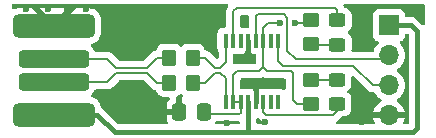
<source format=gbr>
%TF.GenerationSoftware,KiCad,Pcbnew,8.0.0*%
%TF.CreationDate,2024-05-30T16:45:59-06:00*%
%TF.ProjectId,2024_USB_FTDI,32303234-5f55-4534-925f-465444492e6b,rev?*%
%TF.SameCoordinates,Original*%
%TF.FileFunction,Copper,L1,Top*%
%TF.FilePolarity,Positive*%
%FSLAX46Y46*%
G04 Gerber Fmt 4.6, Leading zero omitted, Abs format (unit mm)*
G04 Created by KiCad (PCBNEW 8.0.0) date 2024-05-30 16:45:59*
%MOMM*%
%LPD*%
G01*
G04 APERTURE LIST*
G04 Aperture macros list*
%AMRoundRect*
0 Rectangle with rounded corners*
0 $1 Rounding radius*
0 $2 $3 $4 $5 $6 $7 $8 $9 X,Y pos of 4 corners*
0 Add a 4 corners polygon primitive as box body*
4,1,4,$2,$3,$4,$5,$6,$7,$8,$9,$2,$3,0*
0 Add four circle primitives for the rounded corners*
1,1,$1+$1,$2,$3*
1,1,$1+$1,$4,$5*
1,1,$1+$1,$6,$7*
1,1,$1+$1,$8,$9*
0 Add four rect primitives between the rounded corners*
20,1,$1+$1,$2,$3,$4,$5,0*
20,1,$1+$1,$4,$5,$6,$7,0*
20,1,$1+$1,$6,$7,$8,$9,0*
20,1,$1+$1,$8,$9,$2,$3,0*%
G04 Aperture macros list end*
%TA.AperFunction,SMDPad,CuDef*%
%ADD10RoundRect,0.250000X-0.350000X-0.450000X0.350000X-0.450000X0.350000X0.450000X-0.350000X0.450000X0*%
%TD*%
%TA.AperFunction,SMDPad,CuDef*%
%ADD11RoundRect,0.500000X-3.000000X-0.500000X3.000000X-0.500000X3.000000X0.500000X-3.000000X0.500000X0*%
%TD*%
%TA.AperFunction,SMDPad,CuDef*%
%ADD12RoundRect,0.375000X-2.625000X-0.375000X2.625000X-0.375000X2.625000X0.375000X-2.625000X0.375000X0*%
%TD*%
%TA.AperFunction,SMDPad,CuDef*%
%ADD13RoundRect,0.250000X-0.450000X0.350000X-0.450000X-0.350000X0.450000X-0.350000X0.450000X0.350000X0*%
%TD*%
%TA.AperFunction,SMDPad,CuDef*%
%ADD14RoundRect,0.250000X0.450000X-0.350000X0.450000X0.350000X-0.450000X0.350000X-0.450000X-0.350000X0*%
%TD*%
%TA.AperFunction,SMDPad,CuDef*%
%ADD15R,0.400000X1.200000*%
%TD*%
%TA.AperFunction,ComponentPad*%
%ADD16R,1.700000X1.700000*%
%TD*%
%TA.AperFunction,ComponentPad*%
%ADD17O,1.700000X1.700000*%
%TD*%
%TA.AperFunction,SMDPad,CuDef*%
%ADD18RoundRect,0.250000X0.337500X0.475000X-0.337500X0.475000X-0.337500X-0.475000X0.337500X-0.475000X0*%
%TD*%
%TA.AperFunction,SMDPad,CuDef*%
%ADD19RoundRect,0.250000X0.450000X-0.325000X0.450000X0.325000X-0.450000X0.325000X-0.450000X-0.325000X0*%
%TD*%
%TA.AperFunction,SMDPad,CuDef*%
%ADD20RoundRect,0.250000X-0.450000X0.325000X-0.450000X-0.325000X0.450000X-0.325000X0.450000X0.325000X0*%
%TD*%
%TA.AperFunction,ViaPad*%
%ADD21C,0.600000*%
%TD*%
%TA.AperFunction,Conductor*%
%ADD22C,0.203200*%
%TD*%
%TA.AperFunction,Conductor*%
%ADD23C,0.381000*%
%TD*%
%TA.AperFunction,Conductor*%
%ADD24C,0.200000*%
%TD*%
G04 APERTURE END LIST*
D10*
%TO.P,R3,1*%
%TO.N,/D-*%
X125593600Y-53771800D03*
%TO.P,R3,2*%
%TO.N,/USB_D-*%
X127593600Y-53771800D03*
%TD*%
D11*
%TO.P,U3,1,Vcc*%
%TO.N,+5V*%
X115824000Y-56464400D03*
D12*
%TO.P,U3,2,D+*%
%TO.N,/D-*%
X115824000Y-53714400D03*
%TO.P,U3,3,D-*%
%TO.N,/D+*%
X115824000Y-51714400D03*
D11*
%TO.P,U3,4,GND*%
%TO.N,GND*%
X115824000Y-48964400D03*
%TD*%
D13*
%TO.P,R1,1*%
%TO.N,/MODE*%
X137591800Y-48470200D03*
%TO.P,R1,2*%
%TO.N,Net-(D2-A)*%
X137591800Y-50470200D03*
%TD*%
D14*
%TO.P,R2,1*%
%TO.N,/MODE*%
X137617200Y-55559200D03*
%TO.P,R2,2*%
%TO.N,Net-(D1-A)*%
X137617200Y-53559200D03*
%TD*%
D15*
%TO.P,U1,1,TXD*%
%TO.N,/UART_TX*%
X134835900Y-50181200D03*
%TO.P,U1,2,~{RTS}*%
%TO.N,unconnected-(U1-~{RTS}-Pad2)*%
X134200900Y-50181200D03*
%TO.P,U1,3,VCCIO*%
%TO.N,/MODE*%
X133565900Y-50181200D03*
%TO.P,U1,4,RXD*%
%TO.N,/UART_RX*%
X132930900Y-50181200D03*
%TO.P,U1,5,GND*%
%TO.N,GND*%
X132295900Y-50181200D03*
%TO.P,U1,6,~{CTS}*%
%TO.N,unconnected-(U1-~{CTS}-Pad6)*%
X131660900Y-50181200D03*
%TO.P,U1,7,CBUS2*%
%TO.N,Net-(D2-K)*%
X131025900Y-50181200D03*
%TO.P,U1,8,USBDP*%
%TO.N,/USB_D+*%
X130390900Y-50181200D03*
%TO.P,U1,9,USBDM*%
%TO.N,/USB_D-*%
X130390900Y-55381200D03*
%TO.P,U1,10,3V3OUT*%
%TO.N,/MODE*%
X131025900Y-55381200D03*
%TO.P,U1,11,~{RESET}*%
X131660900Y-55381200D03*
%TO.P,U1,12,VCC*%
%TO.N,+5V*%
X132295900Y-55381200D03*
%TO.P,U1,13,GND*%
%TO.N,GND*%
X132930900Y-55381200D03*
%TO.P,U1,14,CBUS1*%
%TO.N,Net-(D1-K)*%
X133565900Y-55381200D03*
%TO.P,U1,15,CBUS0*%
%TO.N,unconnected-(U1-CBUS0-Pad15)*%
X134200900Y-55381200D03*
%TO.P,U1,16,CBUS3*%
%TO.N,unconnected-(U1-CBUS3-Pad16)*%
X134835900Y-55381200D03*
%TD*%
D16*
%TO.P,J1,1,Pin_1*%
%TO.N,+5V*%
X144221200Y-48895000D03*
D17*
%TO.P,J1,2,Pin_2*%
%TO.N,/UART_RX*%
X144221200Y-51435000D03*
%TO.P,J1,3,Pin_3*%
%TO.N,/UART_TX*%
X144221200Y-53975000D03*
%TO.P,J1,4,Pin_4*%
%TO.N,GND*%
X144221200Y-56515000D03*
%TD*%
D18*
%TO.P,C1,1*%
%TO.N,/MODE*%
X128545500Y-56210200D03*
%TO.P,C1,2*%
%TO.N,GND*%
X126470500Y-56210200D03*
%TD*%
D10*
%TO.P,R4,1*%
%TO.N,/D+*%
X125593600Y-51638200D03*
%TO.P,R4,2*%
%TO.N,/USB_D+*%
X127593600Y-51638200D03*
%TD*%
D19*
%TO.P,D1,1,K*%
%TO.N,Net-(D1-K)*%
X139827000Y-55533400D03*
%TO.P,D1,2,A*%
%TO.N,Net-(D1-A)*%
X139827000Y-53483400D03*
%TD*%
D20*
%TO.P,D2,1,K*%
%TO.N,Net-(D2-K)*%
X139852400Y-48470600D03*
%TO.P,D2,2,A*%
%TO.N,Net-(D2-A)*%
X139852400Y-50520600D03*
%TD*%
D21*
%TO.N,GND*%
X132003800Y-48336200D03*
X134467600Y-53848000D03*
%TO.N,/MODE*%
X136220200Y-48691800D03*
X134975600Y-48717200D03*
%TO.N,GND*%
X123342400Y-54686200D03*
X127209550Y-49117250D03*
X127209550Y-47517050D03*
X121773950Y-49117250D03*
X132918200Y-54229000D03*
X120243600Y-54686200D03*
X133731000Y-57099200D03*
X123361450Y-47517050D03*
X121754900Y-56286400D03*
X120173750Y-47517050D03*
X128797050Y-50730150D03*
X130530600Y-57124600D03*
X121754900Y-54686200D03*
X121773950Y-47517050D03*
X115341400Y-47523400D03*
X128797050Y-49117250D03*
X121773950Y-50730150D03*
X123361450Y-50730150D03*
X120173750Y-49117250D03*
X120173750Y-50730150D03*
X141960600Y-57099200D03*
X116941600Y-47523400D03*
X123342400Y-56286400D03*
X118554500Y-47523400D03*
X125552200Y-56210200D03*
X123361450Y-49117250D03*
X113449100Y-47498000D03*
X142189200Y-47625000D03*
X128797050Y-47517050D03*
X132308600Y-51333400D03*
%TD*%
D22*
%TO.N,/MODE*%
X131660900Y-55381200D02*
X131025900Y-55381200D01*
X131660900Y-56299100D02*
X131546600Y-56413400D01*
X131660900Y-55381200D02*
X131660900Y-56299100D01*
X133959600Y-48717200D02*
X133565900Y-49110900D01*
X134975600Y-48717200D02*
X133959600Y-48717200D01*
X133565900Y-49110900D02*
X133565900Y-50181200D01*
X136220200Y-48691800D02*
X137370200Y-48691800D01*
X137370200Y-48691800D02*
X137591800Y-48470200D01*
%TO.N,/UART_RX*%
X136347200Y-51765200D02*
X143891000Y-51765200D01*
X143891000Y-51765200D02*
X144221200Y-51435000D01*
X135610600Y-51028600D02*
X136347200Y-51765200D01*
X135331200Y-47955200D02*
X135610600Y-48234600D01*
X132930900Y-48145700D02*
X133121400Y-47955200D01*
X133121400Y-47955200D02*
X135331200Y-47955200D01*
X132930900Y-50181200D02*
X132930900Y-48145700D01*
X135610600Y-48234600D02*
X135610600Y-51028600D01*
%TO.N,Net-(D2-K)*%
X139674600Y-47396400D02*
X139852400Y-47574200D01*
X139852400Y-47574200D02*
X139852400Y-48470600D01*
X131343400Y-47396400D02*
X139674600Y-47396400D01*
X131025900Y-47713900D02*
X131343400Y-47396400D01*
X131025900Y-50181200D02*
X131025900Y-47713900D01*
%TO.N,/MODE*%
X136067800Y-55194200D02*
X136432800Y-55559200D01*
X136067800Y-52908200D02*
X136067800Y-55194200D01*
X135940800Y-52781200D02*
X136067800Y-52908200D01*
X133553200Y-52425600D02*
X133908800Y-52781200D01*
X136432800Y-55559200D02*
X137617200Y-55559200D01*
X133553200Y-52400200D02*
X133553200Y-52425600D01*
X133908800Y-52781200D02*
X135940800Y-52781200D01*
%TO.N,Net-(D1-K)*%
X139827000Y-56159400D02*
X139827000Y-55533400D01*
X133781800Y-56489600D02*
X139496800Y-56489600D01*
X133565900Y-56273700D02*
X133781800Y-56489600D01*
X139496800Y-56489600D02*
X139827000Y-56159400D01*
X133565900Y-55381200D02*
X133565900Y-56273700D01*
%TO.N,Net-(D2-A)*%
X139852400Y-50520600D02*
X137642200Y-50520600D01*
X137642200Y-50520600D02*
X137591800Y-50470200D01*
%TO.N,Net-(D1-A)*%
X137693000Y-53483400D02*
X137617200Y-53559200D01*
X139827000Y-53483400D02*
X137693000Y-53483400D01*
D23*
%TO.N,GND*%
X132930900Y-55381200D02*
X132930900Y-54241700D01*
X132295900Y-51320700D02*
X132308600Y-51333400D01*
X115830800Y-48971200D02*
X115824000Y-48964400D01*
X126470500Y-56210200D02*
X125552200Y-56210200D01*
X132930900Y-54241700D02*
X132918200Y-54229000D01*
X132295900Y-50181200D02*
X132295900Y-51320700D01*
%TO.N,+5V*%
X146608800Y-49403000D02*
X146100800Y-48895000D01*
X132283200Y-57962800D02*
X146253200Y-57962800D01*
X121005600Y-57962800D02*
X132283200Y-57962800D01*
X119507200Y-56464400D02*
X121005600Y-57962800D01*
X132295900Y-57950100D02*
X132283200Y-57962800D01*
X115824000Y-56464400D02*
X119507200Y-56464400D01*
D24*
X115576500Y-56464200D02*
X115569500Y-56471200D01*
D23*
X146608800Y-57607200D02*
X146608800Y-49403000D01*
X146100800Y-48895000D02*
X144221200Y-48895000D01*
X132295900Y-55381200D02*
X132295900Y-57950100D01*
X146253200Y-57962800D02*
X146608800Y-57607200D01*
D22*
%TO.N,/UART_TX*%
X134835900Y-50181200D02*
X134835900Y-51930300D01*
X142849600Y-53975000D02*
X144221200Y-53975000D01*
X134835900Y-51930300D02*
X135204200Y-52298600D01*
X135204200Y-52298600D02*
X141173200Y-52298600D01*
X141173200Y-52298600D02*
X142849600Y-53975000D01*
D24*
%TO.N,/USB_D+*%
X129485401Y-52480000D02*
X129946400Y-52480000D01*
D22*
X130390900Y-52035500D02*
X129946400Y-52480000D01*
D24*
X128643601Y-51638200D02*
X129485401Y-52480000D01*
D22*
X130390900Y-50181200D02*
X130390900Y-52035500D01*
D24*
X127593600Y-51638200D02*
X128643601Y-51638200D01*
%TO.N,/D+*%
X123701799Y-52480000D02*
X124543599Y-51638200D01*
X124543599Y-51638200D02*
X125593600Y-51638200D01*
X121099001Y-52489400D02*
X121335800Y-52489400D01*
X121335800Y-52489400D02*
X121345200Y-52480000D01*
X120324001Y-51714400D02*
X121099001Y-52489400D01*
X121345200Y-52480000D02*
X123701799Y-52480000D01*
X115830800Y-51721200D02*
X115824000Y-51714400D01*
X115824000Y-51714400D02*
X120324001Y-51714400D01*
D22*
%TO.N,/USB_D-*%
X130390900Y-55381200D02*
X130390900Y-53374500D01*
X130390900Y-53374500D02*
X129946400Y-52930000D01*
D24*
X127593600Y-53771800D02*
X128643601Y-53771800D01*
X128643601Y-53771800D02*
X129485401Y-52930000D01*
X129485401Y-52930000D02*
X129946400Y-52930000D01*
%TO.N,/D-*%
X121517406Y-52930000D02*
X123701799Y-52930000D01*
X124543599Y-53771800D02*
X125593600Y-53771800D01*
X121508006Y-52939400D02*
X121517406Y-52930000D01*
X115830800Y-53721200D02*
X115824000Y-53714400D01*
X121099001Y-52939400D02*
X121508006Y-52939400D01*
X120324001Y-53714400D02*
X121099001Y-52939400D01*
X115824000Y-53714400D02*
X120324001Y-53714400D01*
X123701799Y-52930000D02*
X124543599Y-53771800D01*
D22*
%TO.N,/MODE*%
X128748700Y-56413400D02*
X128545500Y-56210200D01*
X133553200Y-52400200D02*
X133553200Y-50193900D01*
X131025900Y-55381200D02*
X131025900Y-53073300D01*
X131546600Y-56413400D02*
X128748700Y-56413400D01*
X133197600Y-52755800D02*
X133553200Y-52400200D01*
X131025900Y-53073300D02*
X131343400Y-52755800D01*
X133553200Y-50193900D02*
X133565900Y-50181200D01*
X131343400Y-52755800D02*
X133197600Y-52755800D01*
%TD*%
%TA.AperFunction,Conductor*%
%TO.N,GND*%
G36*
X123468741Y-53550185D02*
G01*
X123489383Y-53566819D01*
X124058738Y-54136174D01*
X124058748Y-54136185D01*
X124063078Y-54140515D01*
X124063079Y-54140516D01*
X124174883Y-54252320D01*
X124235140Y-54287109D01*
X124311814Y-54331377D01*
X124441993Y-54366258D01*
X124501650Y-54402622D01*
X124527601Y-54447026D01*
X124558786Y-54541134D01*
X124650888Y-54690456D01*
X124774944Y-54814512D01*
X124924266Y-54906614D01*
X125090803Y-54961799D01*
X125193591Y-54972300D01*
X125535878Y-54972299D01*
X125602916Y-54991983D01*
X125648671Y-55044787D01*
X125658615Y-55113946D01*
X125629590Y-55177501D01*
X125623559Y-55183980D01*
X125540682Y-55266857D01*
X125448643Y-55416075D01*
X125448641Y-55416080D01*
X125393494Y-55582502D01*
X125393493Y-55582509D01*
X125383000Y-55685213D01*
X125383000Y-55960200D01*
X126220500Y-55960200D01*
X126220500Y-55001994D01*
X126240185Y-54934955D01*
X126279404Y-54896455D01*
X126412256Y-54814512D01*
X126505919Y-54720849D01*
X126567242Y-54687364D01*
X126636934Y-54692348D01*
X126681281Y-54720849D01*
X126745385Y-54784953D01*
X126778870Y-54846276D01*
X126773886Y-54915968D01*
X126745385Y-54960315D01*
X126720500Y-54985200D01*
X126720500Y-56336200D01*
X126700815Y-56403239D01*
X126648011Y-56448994D01*
X126596500Y-56460200D01*
X125383001Y-56460200D01*
X125383001Y-56735186D01*
X125393494Y-56837897D01*
X125448641Y-57004319D01*
X125448643Y-57004324D01*
X125496988Y-57082703D01*
X125515428Y-57150096D01*
X125494505Y-57216759D01*
X125440863Y-57261529D01*
X125391449Y-57271800D01*
X121343183Y-57271800D01*
X121276144Y-57252115D01*
X121255502Y-57235481D01*
X119947692Y-55927669D01*
X119947689Y-55927666D01*
X119868097Y-55874485D01*
X119823292Y-55820873D01*
X119816081Y-55792575D01*
X119814964Y-55792783D01*
X119813887Y-55786988D01*
X119813886Y-55786985D01*
X119813886Y-55786982D01*
X119757909Y-55591351D01*
X119663698Y-55410993D01*
X119598194Y-55330659D01*
X119535109Y-55253290D01*
X119377409Y-55124704D01*
X119377410Y-55124704D01*
X119377407Y-55124702D01*
X119197049Y-55030491D01*
X119042711Y-54986329D01*
X118983675Y-54948963D01*
X118954211Y-54885609D01*
X118963676Y-54816383D01*
X118999134Y-54770469D01*
X119071722Y-54712122D01*
X119191030Y-54563696D01*
X119203343Y-54538869D01*
X119278628Y-54387071D01*
X119280535Y-54388017D01*
X119316131Y-54339990D01*
X119381478Y-54315260D01*
X119390916Y-54314900D01*
X120237332Y-54314900D01*
X120237348Y-54314901D01*
X120244944Y-54314901D01*
X120403055Y-54314901D01*
X120403058Y-54314901D01*
X120555786Y-54273977D01*
X120634495Y-54228534D01*
X120692717Y-54194920D01*
X120804521Y-54083116D01*
X120804521Y-54083114D01*
X120814722Y-54072914D01*
X120814725Y-54072909D01*
X121311419Y-53576216D01*
X121372741Y-53542734D01*
X121399099Y-53539900D01*
X121421337Y-53539900D01*
X121421353Y-53539901D01*
X121428949Y-53539901D01*
X121587062Y-53539901D01*
X121587063Y-53539901D01*
X121606380Y-53534725D01*
X121638473Y-53530500D01*
X123401702Y-53530500D01*
X123468741Y-53550185D01*
G37*
%TD.AperFunction*%
%TA.AperFunction,Conductor*%
G36*
X131547939Y-57035185D02*
G01*
X131593694Y-57087989D01*
X131604900Y-57139500D01*
X131604900Y-57147800D01*
X131585215Y-57214839D01*
X131532411Y-57260594D01*
X131480900Y-57271800D01*
X129625138Y-57271800D01*
X129558099Y-57252115D01*
X129512344Y-57199311D01*
X129502400Y-57130153D01*
X129519597Y-57082708D01*
X129524716Y-57074408D01*
X129576662Y-57027681D01*
X129630257Y-57015500D01*
X131467332Y-57015500D01*
X131480900Y-57015500D01*
X131547939Y-57035185D01*
G37*
%TD.AperFunction*%
%TA.AperFunction,Conductor*%
G36*
X133192103Y-56751847D02*
G01*
X133198581Y-56757879D01*
X133412102Y-56971400D01*
X133531637Y-57040413D01*
X133579852Y-57090979D01*
X133593076Y-57159586D01*
X133567108Y-57224451D01*
X133510194Y-57264980D01*
X133469637Y-57271800D01*
X133110900Y-57271800D01*
X133043861Y-57252115D01*
X132998106Y-57199311D01*
X132986900Y-57147800D01*
X132986900Y-56845560D01*
X133006585Y-56778521D01*
X133059389Y-56732766D01*
X133128547Y-56722822D01*
X133192103Y-56751847D01*
G37*
%TD.AperFunction*%
%TA.AperFunction,Conductor*%
G36*
X141232702Y-53210046D02*
G01*
X141239180Y-53216078D01*
X142479902Y-54456800D01*
X142479903Y-54456801D01*
X142479905Y-54456802D01*
X142525576Y-54483170D01*
X142617199Y-54536068D01*
X142770332Y-54577100D01*
X142928868Y-54577100D01*
X142932855Y-54577100D01*
X142999894Y-54596785D01*
X143045238Y-54648698D01*
X143047165Y-54652830D01*
X143182701Y-54846395D01*
X143182706Y-54846402D01*
X143349797Y-55013493D01*
X143349803Y-55013498D01*
X143400225Y-55048804D01*
X143534021Y-55142489D01*
X143535794Y-55143730D01*
X143579419Y-55198307D01*
X143586613Y-55267805D01*
X143555090Y-55330160D01*
X143535795Y-55346880D01*
X143350122Y-55476890D01*
X143350120Y-55476891D01*
X143183091Y-55643920D01*
X143183086Y-55643926D01*
X143047600Y-55837420D01*
X143047599Y-55837422D01*
X142947770Y-56051507D01*
X142947767Y-56051513D01*
X142890564Y-56264999D01*
X142890564Y-56265000D01*
X143788188Y-56265000D01*
X143755275Y-56322007D01*
X143721200Y-56449174D01*
X143721200Y-56580826D01*
X143755275Y-56707993D01*
X143788188Y-56765000D01*
X142890564Y-56765000D01*
X142947767Y-56978486D01*
X142947769Y-56978492D01*
X143002283Y-57095395D01*
X143012775Y-57164472D01*
X142984256Y-57228256D01*
X142925779Y-57266496D01*
X142889901Y-57271800D01*
X139808963Y-57271800D01*
X139741924Y-57252115D01*
X139696169Y-57199311D01*
X139686225Y-57130153D01*
X139715250Y-57066597D01*
X139746964Y-57040412D01*
X139866498Y-56971400D01*
X139978600Y-56859298D01*
X140192679Y-56645217D01*
X140254002Y-56611733D01*
X140280360Y-56608899D01*
X140327002Y-56608899D01*
X140327008Y-56608899D01*
X140429797Y-56598399D01*
X140596334Y-56543214D01*
X140745656Y-56451112D01*
X140869712Y-56327056D01*
X140961814Y-56177734D01*
X141016999Y-56011197D01*
X141027500Y-55908409D01*
X141027499Y-55158392D01*
X141025874Y-55142489D01*
X141016999Y-55055603D01*
X141016998Y-55055600D01*
X141003045Y-55013493D01*
X140961814Y-54889066D01*
X140869712Y-54739744D01*
X140745656Y-54615688D01*
X140742819Y-54613938D01*
X140741283Y-54612230D01*
X140739989Y-54611207D01*
X140740163Y-54610985D01*
X140696096Y-54561994D01*
X140684872Y-54493032D01*
X140712713Y-54428949D01*
X140742817Y-54402862D01*
X140745656Y-54401112D01*
X140869712Y-54277056D01*
X140961814Y-54127734D01*
X141016999Y-53961197D01*
X141027500Y-53858409D01*
X141027499Y-53303758D01*
X141047183Y-53236720D01*
X141099987Y-53190965D01*
X141169146Y-53181021D01*
X141232702Y-53210046D01*
G37*
%TD.AperFunction*%
%TA.AperFunction,Conductor*%
G36*
X145830255Y-49605685D02*
G01*
X145850897Y-49622319D01*
X145881481Y-49652903D01*
X145914966Y-49714226D01*
X145917800Y-49740584D01*
X145917800Y-57147800D01*
X145898115Y-57214839D01*
X145845311Y-57260594D01*
X145793800Y-57271800D01*
X145552499Y-57271800D01*
X145485460Y-57252115D01*
X145439705Y-57199311D01*
X145429761Y-57130153D01*
X145440117Y-57095395D01*
X145494630Y-56978492D01*
X145494632Y-56978486D01*
X145551836Y-56765000D01*
X144654212Y-56765000D01*
X144687125Y-56707993D01*
X144721200Y-56580826D01*
X144721200Y-56449174D01*
X144687125Y-56322007D01*
X144654212Y-56265000D01*
X145551836Y-56265000D01*
X145551835Y-56264999D01*
X145494632Y-56051513D01*
X145494629Y-56051507D01*
X145394800Y-55837422D01*
X145394799Y-55837420D01*
X145259313Y-55643926D01*
X145259308Y-55643920D01*
X145092278Y-55476890D01*
X144906605Y-55346879D01*
X144862980Y-55292302D01*
X144855788Y-55222804D01*
X144887310Y-55160449D01*
X144906606Y-55143730D01*
X145092601Y-55013495D01*
X145259695Y-54846401D01*
X145395235Y-54652830D01*
X145495103Y-54438663D01*
X145556263Y-54210408D01*
X145576859Y-53975000D01*
X145556263Y-53739592D01*
X145495103Y-53511337D01*
X145395235Y-53297171D01*
X145393180Y-53294235D01*
X145259694Y-53103597D01*
X145092602Y-52936506D01*
X145092596Y-52936501D01*
X144907042Y-52806575D01*
X144863417Y-52751998D01*
X144856223Y-52682500D01*
X144887746Y-52620145D01*
X144907042Y-52603425D01*
X144929226Y-52587891D01*
X145092601Y-52473495D01*
X145259695Y-52306401D01*
X145395235Y-52112830D01*
X145495103Y-51898663D01*
X145556263Y-51670408D01*
X145576859Y-51435000D01*
X145556263Y-51199592D01*
X145495103Y-50971337D01*
X145395235Y-50757171D01*
X145371053Y-50722636D01*
X145259696Y-50563600D01*
X145199027Y-50502931D01*
X145137767Y-50441671D01*
X145104284Y-50380351D01*
X145109268Y-50310659D01*
X145151139Y-50254725D01*
X145182115Y-50237810D01*
X145313531Y-50188796D01*
X145428746Y-50102546D01*
X145514996Y-49987331D01*
X145565291Y-49852483D01*
X145571700Y-49792873D01*
X145571700Y-49710000D01*
X145591385Y-49642961D01*
X145644189Y-49597206D01*
X145695700Y-49586000D01*
X145763216Y-49586000D01*
X145830255Y-49605685D01*
G37*
%TD.AperFunction*%
%TA.AperFunction,Conductor*%
G36*
X133593200Y-53294233D02*
G01*
X133676398Y-53342267D01*
X133829532Y-53383300D01*
X135341700Y-53383300D01*
X135408739Y-53402985D01*
X135454494Y-53455789D01*
X135465700Y-53507300D01*
X135465700Y-54230778D01*
X135446015Y-54297817D01*
X135393211Y-54343572D01*
X135324053Y-54353516D01*
X135282277Y-54339612D01*
X135278235Y-54337405D01*
X135143386Y-54287110D01*
X135143385Y-54287109D01*
X135143383Y-54287109D01*
X135083773Y-54280700D01*
X135083763Y-54280700D01*
X134588029Y-54280700D01*
X134588023Y-54280701D01*
X134531650Y-54286761D01*
X134505146Y-54286761D01*
X134448773Y-54280700D01*
X134448764Y-54280700D01*
X133953029Y-54280700D01*
X133953023Y-54280701D01*
X133896650Y-54286761D01*
X133870146Y-54286761D01*
X133813773Y-54280700D01*
X133813764Y-54280700D01*
X133318029Y-54280700D01*
X133318020Y-54280701D01*
X133259303Y-54287013D01*
X133232796Y-54287012D01*
X133178746Y-54281201D01*
X133178728Y-54281200D01*
X133130900Y-54281200D01*
X133126180Y-54285919D01*
X133111215Y-54336885D01*
X133081211Y-54369112D01*
X133005211Y-54426006D01*
X132939747Y-54450424D01*
X132871474Y-54435573D01*
X132856589Y-54426006D01*
X132780589Y-54369112D01*
X132738718Y-54313178D01*
X132733399Y-54283699D01*
X132730900Y-54281200D01*
X132683068Y-54281200D01*
X132628996Y-54287013D01*
X132602490Y-54287013D01*
X132543773Y-54280700D01*
X132543764Y-54280700D01*
X132048029Y-54280700D01*
X132048023Y-54280701D01*
X131991650Y-54286761D01*
X131965146Y-54286761D01*
X131908773Y-54280700D01*
X131908765Y-54280700D01*
X131752000Y-54280700D01*
X131684961Y-54261015D01*
X131639206Y-54208211D01*
X131628000Y-54156700D01*
X131628000Y-53481900D01*
X131647685Y-53414861D01*
X131700489Y-53369106D01*
X131752000Y-53357900D01*
X133276866Y-53357900D01*
X133276868Y-53357900D01*
X133430002Y-53316867D01*
X133469203Y-53294233D01*
X133537099Y-53277761D01*
X133593200Y-53294233D01*
G37*
%TD.AperFunction*%
%TA.AperFunction,Conductor*%
G36*
X132355327Y-51126828D02*
G01*
X132370211Y-51136393D01*
X132373353Y-51138745D01*
X132373354Y-51138746D01*
X132446212Y-51193287D01*
X132488082Y-51249220D01*
X132493400Y-51278700D01*
X132495900Y-51281200D01*
X132543728Y-51281200D01*
X132543742Y-51281199D01*
X132597797Y-51275387D01*
X132624309Y-51275387D01*
X132629838Y-51275981D01*
X132683027Y-51281700D01*
X132827100Y-51281699D01*
X132894139Y-51301383D01*
X132939894Y-51354187D01*
X132951100Y-51405699D01*
X132951100Y-52029700D01*
X132931415Y-52096739D01*
X132878611Y-52142494D01*
X132827100Y-52153700D01*
X131264132Y-52153700D01*
X131149094Y-52184525D01*
X131079244Y-52182862D01*
X131021381Y-52143700D01*
X130993877Y-52079471D01*
X130993000Y-52064750D01*
X130993000Y-51405699D01*
X131012685Y-51338660D01*
X131065489Y-51292905D01*
X131117000Y-51281699D01*
X131273771Y-51281699D01*
X131273772Y-51281699D01*
X131273773Y-51281698D01*
X131273787Y-51281698D01*
X131312029Y-51277586D01*
X131330146Y-51275639D01*
X131356654Y-51275639D01*
X131413027Y-51281700D01*
X131908772Y-51281699D01*
X131967499Y-51275386D01*
X131994001Y-51275387D01*
X132048055Y-51281199D01*
X132048072Y-51281200D01*
X132095900Y-51281200D01*
X132100619Y-51276480D01*
X132115585Y-51225514D01*
X132145586Y-51193288D01*
X132218446Y-51138746D01*
X132218446Y-51138745D01*
X132221589Y-51136393D01*
X132287054Y-51111976D01*
X132355327Y-51126828D01*
G37*
%TD.AperFunction*%
%TA.AperFunction,Conductor*%
G36*
X130571879Y-47103785D02*
G01*
X130617634Y-47156589D01*
X130627578Y-47225747D01*
X130598553Y-47289303D01*
X130592521Y-47295781D01*
X130544101Y-47344200D01*
X130544099Y-47344203D01*
X130464833Y-47481497D01*
X130423800Y-47634633D01*
X130423800Y-48956700D01*
X130404115Y-49023739D01*
X130351311Y-49069494D01*
X130299801Y-49080700D01*
X130143030Y-49080700D01*
X130143023Y-49080701D01*
X130083416Y-49087108D01*
X129948571Y-49137402D01*
X129948564Y-49137406D01*
X129833355Y-49223652D01*
X129833352Y-49223655D01*
X129747106Y-49338864D01*
X129747102Y-49338871D01*
X129696808Y-49473717D01*
X129690401Y-49533316D01*
X129690400Y-49533335D01*
X129690400Y-50829070D01*
X129690401Y-50829076D01*
X129696808Y-50888683D01*
X129747102Y-51023529D01*
X129747103Y-51023530D01*
X129747104Y-51023531D01*
X129764065Y-51046188D01*
X129788484Y-51111651D01*
X129788800Y-51120500D01*
X129788800Y-51634802D01*
X129769115Y-51701841D01*
X129716311Y-51747596D01*
X129647153Y-51757540D01*
X129583597Y-51728515D01*
X129577119Y-51722483D01*
X129131191Y-51276555D01*
X129131189Y-51276552D01*
X129012318Y-51157681D01*
X129012317Y-51157680D01*
X128925505Y-51107560D01*
X128925505Y-51107559D01*
X128925501Y-51107558D01*
X128875386Y-51078623D01*
X128745207Y-51043741D01*
X128685549Y-51007377D01*
X128659597Y-50962971D01*
X128637278Y-50895616D01*
X128628414Y-50868866D01*
X128536312Y-50719544D01*
X128412256Y-50595488D01*
X128262934Y-50503386D01*
X128096397Y-50448201D01*
X128096395Y-50448200D01*
X127993610Y-50437700D01*
X127193598Y-50437700D01*
X127193580Y-50437701D01*
X127090803Y-50448200D01*
X127090800Y-50448201D01*
X126924268Y-50503385D01*
X126924263Y-50503387D01*
X126774942Y-50595489D01*
X126681281Y-50689151D01*
X126619958Y-50722636D01*
X126550266Y-50717652D01*
X126505919Y-50689151D01*
X126412257Y-50595489D01*
X126412256Y-50595488D01*
X126262934Y-50503386D01*
X126096397Y-50448201D01*
X126096395Y-50448200D01*
X125993610Y-50437700D01*
X125193598Y-50437700D01*
X125193580Y-50437701D01*
X125090803Y-50448200D01*
X125090800Y-50448201D01*
X124924268Y-50503385D01*
X124924263Y-50503387D01*
X124774942Y-50595489D01*
X124650889Y-50719542D01*
X124558787Y-50868863D01*
X124558786Y-50868866D01*
X124527602Y-50962972D01*
X124487828Y-51020417D01*
X124441990Y-51043742D01*
X124311809Y-51078624D01*
X124311808Y-51078625D01*
X124261695Y-51107559D01*
X124261694Y-51107560D01*
X124250713Y-51113900D01*
X124174884Y-51157679D01*
X124174881Y-51157681D01*
X124063077Y-51269486D01*
X123489383Y-51843181D01*
X123428060Y-51876666D01*
X123401702Y-51879500D01*
X121431870Y-51879500D01*
X121431854Y-51879499D01*
X121424258Y-51879499D01*
X121389698Y-51879499D01*
X121322659Y-51859814D01*
X121302017Y-51843180D01*
X120811591Y-51352755D01*
X120811589Y-51352752D01*
X120692718Y-51233881D01*
X120692717Y-51233880D01*
X120605905Y-51183760D01*
X120605905Y-51183759D01*
X120605901Y-51183758D01*
X120555786Y-51154823D01*
X120403058Y-51113899D01*
X120244944Y-51113899D01*
X120237348Y-51113899D01*
X120237332Y-51113900D01*
X119390916Y-51113900D01*
X119323877Y-51094215D01*
X119278122Y-51041411D01*
X119276425Y-51037287D01*
X119191032Y-50865107D01*
X119191030Y-50865104D01*
X119071724Y-50716680D01*
X119071722Y-50716678D01*
X118998656Y-50657946D01*
X118958740Y-50600607D01*
X118956160Y-50530785D01*
X118991738Y-50470652D01*
X119042235Y-50442086D01*
X119196861Y-50397842D01*
X119377129Y-50303678D01*
X119534753Y-50175153D01*
X119663278Y-50017529D01*
X119757442Y-49837261D01*
X119813390Y-49641728D01*
X119813391Y-49641725D01*
X119823999Y-49522400D01*
X119824000Y-49522398D01*
X119824000Y-48406402D01*
X119823999Y-48406399D01*
X119813391Y-48287074D01*
X119813390Y-48287071D01*
X119757442Y-48091538D01*
X119663278Y-47911270D01*
X119534753Y-47753646D01*
X119377129Y-47625121D01*
X119196861Y-47530957D01*
X119001328Y-47475009D01*
X119001325Y-47475008D01*
X118882000Y-47464400D01*
X117677552Y-47464400D01*
X115911681Y-49230272D01*
X115850358Y-49263757D01*
X115780666Y-49258773D01*
X115736319Y-49230272D01*
X113970447Y-47464400D01*
X114677552Y-47464400D01*
X115824000Y-48610847D01*
X116970447Y-47464400D01*
X114677552Y-47464400D01*
X113970447Y-47464400D01*
X112765999Y-47464400D01*
X112646674Y-47475008D01*
X112646671Y-47475009D01*
X112451137Y-47530957D01*
X112441909Y-47535778D01*
X112373374Y-47549368D01*
X112308371Y-47523748D01*
X112267539Y-47467051D01*
X112260500Y-47425868D01*
X112260500Y-47208100D01*
X112280185Y-47141061D01*
X112332989Y-47095306D01*
X112384500Y-47084100D01*
X130504840Y-47084100D01*
X130571879Y-47103785D01*
G37*
%TD.AperFunction*%
%TA.AperFunction,Conductor*%
G36*
X147202539Y-47103785D02*
G01*
X147248294Y-47156589D01*
X147259500Y-47208100D01*
X147259500Y-48777115D01*
X147239815Y-48844154D01*
X147187011Y-48889909D01*
X147117853Y-48899853D01*
X147054297Y-48870828D01*
X147047819Y-48864796D01*
X146541292Y-48358269D01*
X146541285Y-48358263D01*
X146428112Y-48282644D01*
X146428109Y-48282642D01*
X146302361Y-48230556D01*
X146302351Y-48230553D01*
X146168860Y-48204000D01*
X146168858Y-48204000D01*
X145695699Y-48204000D01*
X145628660Y-48184315D01*
X145582905Y-48131511D01*
X145571699Y-48080000D01*
X145571699Y-47997129D01*
X145571698Y-47997123D01*
X145571697Y-47997116D01*
X145565291Y-47937517D01*
X145514996Y-47802669D01*
X145514995Y-47802668D01*
X145514993Y-47802664D01*
X145428747Y-47687455D01*
X145428744Y-47687452D01*
X145313535Y-47601206D01*
X145313528Y-47601202D01*
X145178682Y-47550908D01*
X145178683Y-47550908D01*
X145119083Y-47544501D01*
X145119081Y-47544500D01*
X145119073Y-47544500D01*
X145119064Y-47544500D01*
X143323329Y-47544500D01*
X143323323Y-47544501D01*
X143263716Y-47550908D01*
X143128871Y-47601202D01*
X143128864Y-47601206D01*
X143013655Y-47687452D01*
X143013652Y-47687455D01*
X142927406Y-47802664D01*
X142927402Y-47802671D01*
X142877108Y-47937517D01*
X142871165Y-47992800D01*
X142870701Y-47997123D01*
X142870700Y-47997135D01*
X142870700Y-49792870D01*
X142870701Y-49792876D01*
X142877108Y-49852483D01*
X142927402Y-49987328D01*
X142927406Y-49987335D01*
X143013652Y-50102544D01*
X143013655Y-50102547D01*
X143128864Y-50188793D01*
X143128871Y-50188797D01*
X143260281Y-50237810D01*
X143316215Y-50279681D01*
X143340632Y-50345145D01*
X143325780Y-50413418D01*
X143304630Y-50441673D01*
X143182703Y-50563600D01*
X143047165Y-50757169D01*
X143047164Y-50757171D01*
X142947298Y-50971335D01*
X142947294Y-50971344D01*
X142920541Y-51071193D01*
X142884176Y-51130853D01*
X142821330Y-51161383D01*
X142800766Y-51163100D01*
X141159541Y-51163100D01*
X141092502Y-51143415D01*
X141046747Y-51090611D01*
X141036803Y-51021453D01*
X141041832Y-51000105D01*
X141042399Y-50998397D01*
X141052900Y-50895609D01*
X141052899Y-50145592D01*
X141042399Y-50042803D01*
X140987214Y-49876266D01*
X140895112Y-49726944D01*
X140771056Y-49602888D01*
X140768219Y-49601138D01*
X140766683Y-49599430D01*
X140765389Y-49598407D01*
X140765563Y-49598185D01*
X140721496Y-49549194D01*
X140710272Y-49480232D01*
X140738113Y-49416149D01*
X140768217Y-49390062D01*
X140771056Y-49388312D01*
X140895112Y-49264256D01*
X140987214Y-49114934D01*
X141042399Y-48948397D01*
X141052900Y-48845609D01*
X141052899Y-48095592D01*
X141042399Y-47992803D01*
X140987214Y-47826266D01*
X140895112Y-47676944D01*
X140771056Y-47552888D01*
X140655312Y-47481497D01*
X140621736Y-47460787D01*
X140621735Y-47460786D01*
X140621734Y-47460786D01*
X140491308Y-47417567D01*
X140433864Y-47377794D01*
X140415753Y-47347316D01*
X140413468Y-47341801D01*
X140413467Y-47341800D01*
X140413467Y-47341798D01*
X140372071Y-47270098D01*
X140355600Y-47202199D01*
X140378453Y-47136172D01*
X140433375Y-47092982D01*
X140479460Y-47084100D01*
X147135500Y-47084100D01*
X147202539Y-47103785D01*
G37*
%TD.AperFunction*%
%TA.AperFunction,Conductor*%
G36*
X132271839Y-48018185D02*
G01*
X132317594Y-48070989D01*
X132328800Y-48122500D01*
X132328800Y-49014738D01*
X132309115Y-49081777D01*
X132256311Y-49127532D01*
X132187153Y-49137476D01*
X132123597Y-49108451D01*
X132117119Y-49102419D01*
X132095900Y-49081200D01*
X132048068Y-49081200D01*
X131993996Y-49087013D01*
X131967490Y-49087013D01*
X131908773Y-49080700D01*
X131908767Y-49080700D01*
X131752000Y-49080700D01*
X131684961Y-49061015D01*
X131639206Y-49008211D01*
X131628000Y-48956700D01*
X131628000Y-48122500D01*
X131647685Y-48055461D01*
X131700489Y-48009706D01*
X131752000Y-47998500D01*
X132204800Y-47998500D01*
X132271839Y-48018185D01*
G37*
%TD.AperFunction*%
%TD*%
M02*

</source>
